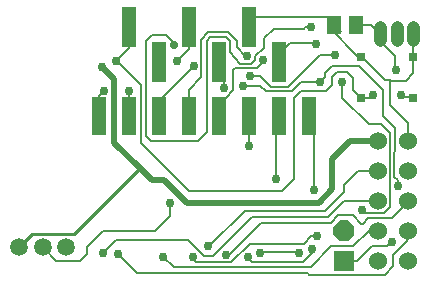
<source format=gbr>
G04 EAGLE Gerber RS-274X export*
G75*
%MOMM*%
%FSLAX34Y34*%
%LPD*%
%INTop Copper*%
%IPPOS*%
%AMOC8*
5,1,8,0,0,1.08239X$1,22.5*%
G01*
%ADD10C,1.524000*%
%ADD11R,1.270000X3.180000*%
%ADD12C,1.489991*%
%ADD13C,1.108000*%
%ADD14R,1.270000X3.430000*%
%ADD15R,0.700000X0.700000*%
%ADD16R,1.300000X1.500000*%
%ADD17P,1.924489X8X202.500000*%
%ADD18R,1.778000X1.778000*%
%ADD19C,0.152400*%
%ADD20C,0.508000*%
%ADD21C,0.756400*%
%ADD22C,0.254000*%
%ADD23C,0.127000*%
%ADD24C,0.706400*%


D10*
X332300Y116300D03*
X357700Y116300D03*
X332300Y90900D03*
X357700Y90900D03*
X332300Y65500D03*
X357700Y65500D03*
X332300Y40100D03*
X357700Y40100D03*
X332300Y14700D03*
X357700Y14700D03*
D11*
X274050Y137730D03*
X248650Y137730D03*
X223250Y137730D03*
X197850Y137730D03*
X172450Y137730D03*
X147050Y137730D03*
X121650Y137730D03*
X96250Y137730D03*
D12*
X68760Y26130D03*
X48760Y26130D03*
X28760Y26130D03*
D13*
X348615Y201470D02*
X348615Y212550D01*
X362585Y212550D02*
X362585Y201470D01*
X334645Y201470D02*
X334645Y212550D01*
D14*
X121920Y212600D03*
X147320Y183400D03*
X172720Y212600D03*
X198120Y183400D03*
X223520Y212600D03*
X248920Y183400D03*
D15*
X318110Y187680D03*
X362610Y187680D03*
X362610Y152680D03*
X318110Y152680D03*
D16*
X314300Y214503D03*
X295300Y214503D03*
D17*
X304165Y40100D03*
D18*
X304165Y14700D03*
D19*
X342646Y146801D02*
X342646Y167386D01*
X362585Y198755D02*
X362585Y207010D01*
X362610Y187680D02*
X362610Y173762D01*
X356234Y167386D01*
X362585Y187705D02*
X361695Y188595D01*
X295275Y220980D02*
X290830Y220980D01*
X224790Y220980D01*
X224790Y213870D01*
X223520Y212600D01*
X362585Y207010D02*
X362585Y187705D01*
X362610Y187680D01*
X338328Y167513D02*
X318008Y187833D01*
X301393Y208410D02*
X295300Y214503D01*
X318110Y187680D02*
X318110Y185137D01*
X318110Y187680D02*
X318110Y189103D01*
X343535Y167386D02*
X356234Y167386D01*
X343535Y167386D02*
X342646Y167386D01*
X318008Y187833D02*
X318008Y188341D01*
X318008Y187833D02*
X318008Y187782D01*
X318110Y187680D01*
X318008Y188341D02*
X315214Y188341D01*
X292735Y210820D01*
X292735Y211938D02*
X295300Y214503D01*
X292735Y211938D02*
X292735Y210820D01*
X295300Y214503D02*
X295300Y216510D01*
X290830Y220980D01*
X338328Y167513D02*
X343408Y167513D01*
X343535Y167386D01*
X342646Y146801D02*
X357700Y131747D01*
X357700Y116300D01*
D20*
X170815Y64135D02*
X151765Y83185D01*
X140970Y83185D01*
X136186Y87969D01*
X130979Y93176D01*
X109220Y114935D01*
X109220Y169037D01*
X99187Y179070D01*
X310551Y116300D02*
X332300Y116300D01*
X310551Y116300D02*
X309245Y116205D01*
X293850Y100810D02*
X293850Y75276D01*
X293850Y100810D02*
X309245Y116205D01*
D21*
X99187Y179070D03*
D22*
X39733Y37103D02*
X28760Y26130D01*
X39733Y37103D02*
X74906Y37103D01*
D20*
X170815Y64135D02*
X282709Y64135D01*
X293850Y75276D01*
D22*
X130979Y93176D02*
X74906Y37103D01*
D21*
X347853Y176558D03*
D19*
X347345Y177066D01*
X347345Y188595D01*
X334645Y201295D01*
X334645Y207010D01*
X327152Y214503D02*
X314300Y214503D01*
X327152Y214503D02*
X334645Y207010D01*
D21*
X278765Y74930D03*
D19*
X278765Y133015D01*
X274050Y137730D01*
D21*
X246380Y83820D03*
D19*
X246380Y135460D01*
X248650Y137730D01*
D21*
X223647Y111760D03*
D19*
X223647Y137333D02*
X223250Y137730D01*
X223647Y137333D02*
X223647Y111760D01*
D21*
X235585Y184785D03*
D19*
X235585Y183515D01*
X229870Y177800D01*
X211455Y177800D01*
X210185Y176530D01*
X210185Y159012D01*
X197850Y145926D01*
X197850Y137730D01*
D21*
X221615Y188595D03*
D19*
X213360Y195580D02*
X213360Y200660D01*
X220345Y188595D02*
X221615Y188595D01*
X220345Y188595D02*
X213360Y195580D01*
X213360Y200660D02*
X205867Y208153D01*
X189055Y208153D01*
X172450Y159750D02*
X172450Y137730D01*
X172450Y159750D02*
X182880Y170180D01*
X182880Y201978D02*
X189055Y208153D01*
X182880Y201978D02*
X182880Y170180D01*
D21*
X176530Y179578D03*
D19*
X147050Y150098D01*
X147050Y137730D01*
D21*
X121793Y158750D03*
D19*
X121777Y158512D01*
X121650Y137730D01*
D21*
X100330Y158750D03*
D19*
X96250Y154670D01*
X96250Y137730D01*
D21*
X188595Y27150D03*
D19*
X189539Y27150D01*
X219737Y57348D01*
X287853Y57348D02*
X303530Y73025D01*
X303530Y78740D01*
X315595Y90805D01*
X316479Y90900D02*
X332300Y90900D01*
X316479Y90900D02*
X315595Y90805D01*
X287853Y57348D02*
X219737Y57348D01*
D21*
X281305Y35560D03*
X175641Y17907D03*
D19*
X175070Y17336D02*
X178943Y13462D01*
X175070Y17336D02*
X175641Y17907D01*
X178943Y13462D02*
X208407Y13462D01*
X224155Y29210D01*
X276225Y35560D02*
X281305Y35560D01*
X276225Y35560D02*
X269875Y29210D01*
X224155Y29210D01*
D21*
X99695Y21590D03*
D19*
X193040Y19050D02*
X226060Y52070D01*
X290195Y52070D02*
X303625Y65500D01*
X332300Y65500D01*
X290195Y52070D02*
X226060Y52070D01*
X193040Y19050D02*
X185420Y19050D01*
X172085Y32385D01*
X110490Y32385D01*
X99695Y21590D01*
D21*
X203708Y19911D03*
D19*
X206121Y19911D02*
X233200Y46990D01*
X206121Y19911D02*
X203708Y19911D01*
X356870Y63500D02*
X357700Y65500D01*
X356870Y63500D02*
X344170Y50800D01*
X318135Y46355D02*
X311150Y53340D01*
X299085Y53340D01*
X292735Y46990D01*
X324485Y50800D02*
X344170Y50800D01*
X324485Y50800D02*
X320040Y46355D01*
X318135Y46355D01*
X292735Y46990D02*
X233200Y46990D01*
D21*
X151003Y18161D03*
D19*
X159639Y9525D01*
X324829Y40100D02*
X332300Y40100D01*
X324829Y40100D02*
X324715Y40040D01*
X311726Y27051D01*
X293116Y27051D01*
X275590Y9525D02*
X159639Y9525D01*
X275590Y9525D02*
X293116Y27051D01*
D21*
X112776Y20447D03*
D19*
X128651Y4572D01*
X273177Y4572D01*
D23*
X357700Y33750D02*
X357700Y40100D01*
X357700Y33750D02*
X357477Y33527D01*
X357477Y31934D01*
X345635Y10120D02*
X338690Y3175D01*
X345635Y10120D02*
X345635Y20092D01*
X357477Y31934D01*
X274574Y3175D02*
X273177Y4572D01*
X274574Y3175D02*
X338690Y3175D01*
D21*
X162262Y183670D03*
D19*
X172720Y194129D01*
X172720Y212600D01*
D21*
X202592Y161063D03*
D19*
X200941Y180579D02*
X198120Y183400D01*
X200941Y180579D02*
X202592Y161063D01*
D24*
X160020Y197485D03*
D19*
X153347Y206011D02*
X141293Y206011D01*
X136509Y120248D02*
X140388Y116369D01*
X190823Y204106D02*
X204147Y204106D01*
X207292Y191415D02*
X215817Y181610D01*
X224881Y181610D01*
X244527Y211455D02*
X269875Y211455D01*
X160020Y199338D02*
X160020Y197485D01*
X160020Y199338D02*
X153347Y206011D01*
X141293Y206011D02*
X136509Y201227D01*
X136509Y120248D01*
X180382Y116369D02*
X187833Y123820D01*
X207292Y200961D02*
X204147Y204106D01*
X207292Y200961D02*
X207292Y191415D01*
X187833Y201116D02*
X187833Y123820D01*
X187833Y201116D02*
X190823Y204106D01*
X224881Y181610D02*
X228646Y184483D01*
X228509Y188595D02*
X236220Y195337D01*
X228509Y188595D02*
X228646Y184483D01*
X236220Y195337D02*
X236220Y203148D01*
X244527Y211455D01*
X180382Y116369D02*
X140388Y116369D01*
X271145Y212725D02*
X276352Y212725D01*
X271145Y212725D02*
X269875Y211455D01*
D21*
X276352Y212725D03*
X111125Y184359D03*
D19*
X251460Y73660D02*
X261620Y83820D01*
X251460Y73660D02*
X172720Y73660D01*
X132080Y114300D01*
X132080Y163830D01*
X111551Y184359D01*
X111125Y184359D01*
X261620Y153035D02*
X261620Y83820D01*
X261620Y153035D02*
X267403Y158818D01*
X361848Y153442D02*
X362610Y152680D01*
X361848Y153442D02*
X354304Y153442D01*
X352298Y155448D01*
D21*
X352298Y155448D03*
X328549Y155067D03*
D19*
X293850Y163957D02*
X293850Y170660D01*
X288711Y158818D02*
X267403Y158818D01*
X288711Y158818D02*
X293850Y163957D01*
X121920Y195154D02*
X111125Y184359D01*
X121920Y195154D02*
X121920Y212600D01*
X318110Y152680D02*
X326162Y152680D01*
X328549Y155067D01*
X318110Y152680D02*
X311785Y159005D01*
X311785Y169545D01*
X306705Y174625D01*
X297815Y174625D01*
X293850Y170660D01*
D21*
X280162Y198755D03*
D19*
X280416Y199009D01*
X258064Y199009D01*
X248920Y189865D01*
X248920Y183400D01*
D21*
X156464Y63500D03*
D19*
X156464Y52959D01*
X143510Y40005D01*
X60285Y14605D02*
X48760Y26130D01*
X80645Y14605D02*
X86360Y20320D01*
X86360Y26670D01*
X99695Y40005D01*
X143510Y40005D01*
X80645Y14605D02*
X60285Y14605D01*
D21*
X232918Y21463D03*
D19*
X265853Y22225D02*
X266065Y21590D01*
X265853Y22225D02*
X233680Y22225D01*
X232918Y21463D01*
D21*
X266065Y21590D03*
X222250Y17907D03*
D19*
X226187Y13970D01*
X269240Y13970D01*
X276860Y21590D02*
X276860Y24765D01*
X276860Y21590D02*
X269240Y13970D01*
D21*
X276860Y24765D03*
X218440Y163195D03*
D19*
X232748Y163195D01*
X237694Y158249D01*
X259461Y158249D02*
X267582Y166370D01*
X259461Y158249D02*
X237694Y158249D01*
X267582Y166370D02*
X283972Y166370D01*
X304165Y14700D02*
X315211Y14700D01*
X340106Y27051D02*
X344170Y31115D01*
X327562Y27051D02*
X315211Y14700D01*
X327562Y27051D02*
X340106Y27051D01*
D21*
X344170Y31115D03*
X349544Y78105D03*
D19*
X349544Y83047D01*
X346524Y86067D01*
X346710Y127449D01*
D21*
X283972Y166370D03*
D19*
X287655Y170053D01*
X287655Y173990D01*
X293370Y179705D01*
X316230Y179705D01*
X336550Y159385D01*
X336550Y137609D01*
X346710Y127449D01*
D21*
X224437Y171450D03*
D19*
X232867Y171450D01*
X242131Y162186D01*
X256420Y162186D01*
X283337Y189103D02*
X296672Y189103D01*
X283337Y189103D02*
X256420Y162186D01*
D21*
X296672Y189103D03*
X302260Y166243D03*
D19*
X335133Y130556D02*
X342841Y122848D01*
X342841Y60032D02*
X337673Y54864D01*
X324387Y54864D01*
X324739Y130556D02*
X335133Y130556D01*
X324006Y55245D02*
X324387Y54864D01*
X342841Y60032D02*
X342841Y122848D01*
X324006Y55245D02*
X321945Y55245D01*
X319242Y57948D01*
D21*
X319242Y57948D03*
D19*
X324739Y130556D02*
X302260Y153035D01*
X302260Y166243D01*
M02*

</source>
